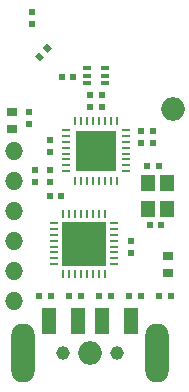
<source format=gbr>
G04 #@! TF.FileFunction,Soldermask,Top*
%FSLAX46Y46*%
G04 Gerber Fmt 4.6, Leading zero omitted, Abs format (unit mm)*
G04 Created by KiCad (PCBNEW 4.1.0-alpha+201608211231+7083~46~ubuntu16.04.1-product) date Thu Sep  1 03:40:51 2016*
%MOMM*%
%LPD*%
G01*
G04 APERTURE LIST*
%ADD10C,0.100000*%
%ADD11O,2.001520X2.001520*%
%ADD12R,0.800100X0.347980*%
%ADD13R,0.800100X0.345440*%
%ADD14R,0.899160X0.701040*%
%ADD15R,0.599440X0.500380*%
%ADD16R,0.500380X0.599440*%
%ADD17R,1.201420X2.202180*%
%ADD18R,1.198880X2.202180*%
%ADD19O,1.998980X4.998720*%
%ADD20C,1.150620*%
%ADD21O,1.524000X1.524000*%
%ADD22R,0.688340X0.261620*%
%ADD23R,0.688340X0.259080*%
%ADD24R,0.261620X0.688340*%
%ADD25R,0.259080X0.688340*%
%ADD26R,3.698240X3.698240*%
%ADD27R,3.398520X3.398520*%
%ADD28R,1.201420X1.399540*%
G04 APERTURE END LIST*
D10*
D11*
X8128000Y2667000D03*
X15113000Y23368000D03*
D12*
X7838440Y26809700D03*
D13*
X7838440Y26162000D03*
D12*
X7838440Y25514300D03*
X9433560Y25514300D03*
D13*
X9433560Y26162000D03*
D12*
X9433560Y26809700D03*
D14*
X14732000Y9410700D03*
X14732000Y10909300D03*
D15*
X11557000Y12181840D03*
X11557000Y11186160D03*
D16*
X6720840Y26035000D03*
X5725160Y26035000D03*
D15*
X8128000Y24500840D03*
X8128000Y23505160D03*
X9144000Y24500840D03*
X9144000Y23505160D03*
X4699000Y18150840D03*
X4699000Y17155160D03*
X12446000Y21452840D03*
X12446000Y20457160D03*
X4699000Y19695160D03*
X4699000Y20690840D03*
X13462000Y20457160D03*
X13462000Y21452840D03*
D16*
X12964160Y18542000D03*
X13959840Y18542000D03*
X14168840Y13545000D03*
X13173160Y13545000D03*
D10*
G36*
X4488003Y28885871D02*
X4911871Y28462003D01*
X4558049Y28108181D01*
X4134181Y28532049D01*
X4488003Y28885871D01*
X4488003Y28885871D01*
G37*
G36*
X3783951Y28181819D02*
X4207819Y27757951D01*
X3853997Y27404129D01*
X3430129Y27827997D01*
X3783951Y28181819D01*
X3783951Y28181819D01*
G37*
D15*
X3429000Y17155160D03*
X3429000Y18150840D03*
D17*
X11625580Y5364480D03*
D18*
X9126220Y5364480D03*
X7129780Y5364480D03*
D17*
X4630420Y5364480D03*
D19*
X2430780Y2667000D03*
X13825220Y2667000D03*
D20*
X5880100Y2667000D03*
X10375900Y2667000D03*
D14*
X1524000Y23101300D03*
X1524000Y21602700D03*
D21*
X1651000Y7112000D03*
X1651000Y9652000D03*
X1651000Y12192000D03*
X1651000Y14732000D03*
X1651000Y17272000D03*
X1651000Y19812000D03*
D15*
X2921000Y23103840D03*
X2921000Y22108160D03*
X3175000Y31542840D03*
X3175000Y30547160D03*
D16*
X6360160Y7493000D03*
X7355840Y7493000D03*
X8900160Y7493000D03*
X9895840Y7493000D03*
X5704840Y16002000D03*
X4709160Y16002000D03*
D22*
X10167620Y10190480D03*
X10167620Y10690860D03*
D23*
X10167620Y11188700D03*
X10167620Y11689080D03*
X10167620Y12186920D03*
X10167620Y12687300D03*
D22*
X10167620Y13185140D03*
X10167620Y13685520D03*
D24*
X9367520Y14485620D03*
X8867140Y14485620D03*
D25*
X8369300Y14485620D03*
X7868920Y14485620D03*
X7371080Y14485620D03*
X6870700Y14485620D03*
D24*
X6372860Y14485620D03*
X5872480Y14485620D03*
D22*
X5072380Y13685520D03*
X5072380Y13185140D03*
D23*
X5072380Y12687300D03*
X5072380Y12186920D03*
X5072380Y11689080D03*
X5072380Y11188700D03*
D22*
X5072380Y10690860D03*
X5072380Y10190480D03*
D24*
X5872480Y9390380D03*
X6372860Y9390380D03*
D25*
X6870700Y9390380D03*
X7371080Y9390380D03*
X7868920Y9390380D03*
X8369300Y9390380D03*
D24*
X8867140Y9390380D03*
X9367520Y9390380D03*
D26*
X7620000Y11938000D03*
D24*
X10383520Y22359620D03*
X9883140Y22359620D03*
D25*
X9385300Y22359620D03*
X8884920Y22359620D03*
X8387080Y22359620D03*
X7886700Y22359620D03*
D24*
X7388860Y22359620D03*
X6888480Y22359620D03*
D22*
X6088380Y21559520D03*
X6088380Y21059140D03*
D23*
X6088380Y20561300D03*
X6088380Y20060920D03*
X6088380Y19563080D03*
X6088380Y19062700D03*
D22*
X6088380Y18564860D03*
X6088380Y18064480D03*
D24*
X6888480Y17264380D03*
X7388860Y17264380D03*
D25*
X7886700Y17264380D03*
X8387080Y17264380D03*
X8884920Y17264380D03*
X9385300Y17264380D03*
D24*
X9883140Y17264380D03*
X10383520Y17264380D03*
D22*
X11183620Y18064480D03*
X11183620Y18564860D03*
D23*
X11183620Y19062700D03*
X11183620Y19563080D03*
X11183620Y20060920D03*
X11183620Y20561300D03*
D22*
X11183620Y21059140D03*
X11183620Y21559520D03*
D27*
X8636000Y19812000D03*
D16*
X4815840Y7493000D03*
X3820160Y7493000D03*
X11440160Y7493000D03*
X12435840Y7493000D03*
X13980160Y7493000D03*
X14975840Y7493000D03*
D28*
X14640560Y14904720D03*
X14640560Y17099280D03*
X13045440Y17099280D03*
X13045440Y14904720D03*
M02*

</source>
